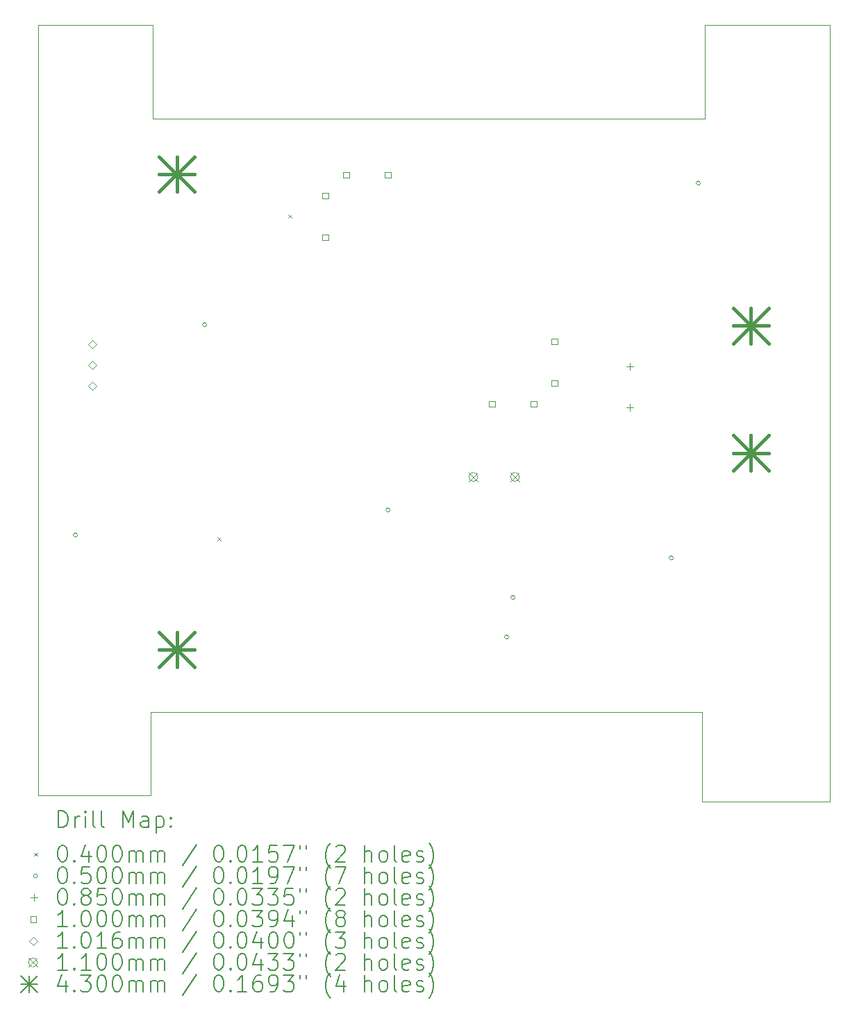
<source format=gbr>
%TF.GenerationSoftware,KiCad,Pcbnew,(6.0.11)*%
%TF.CreationDate,2023-06-15T16:04:24+03:00*%
%TF.ProjectId,flyback_48V_48W,666c7962-6163-46b5-9f34-38565f343857,rev?*%
%TF.SameCoordinates,Original*%
%TF.FileFunction,Drillmap*%
%TF.FilePolarity,Positive*%
%FSLAX45Y45*%
G04 Gerber Fmt 4.5, Leading zero omitted, Abs format (unit mm)*
G04 Created by KiCad (PCBNEW (6.0.11)) date 2023-06-15 16:04:24*
%MOMM*%
%LPD*%
G01*
G04 APERTURE LIST*
%ADD10C,0.100000*%
%ADD11C,0.200000*%
%ADD12C,0.040000*%
%ADD13C,0.050000*%
%ADD14C,0.085000*%
%ADD15C,0.101600*%
%ADD16C,0.110000*%
%ADD17C,0.430000*%
G04 APERTURE END LIST*
D10*
X18000000Y-10160000D02*
X18000000Y-11252200D01*
X11277600Y-10160000D02*
X18000000Y-10160000D01*
X11277600Y-11176000D02*
X11277600Y-10160000D01*
X9906000Y-11176000D02*
X11277600Y-11176000D01*
X19558000Y-11252200D02*
X18000000Y-11252200D01*
X19558000Y-1778000D02*
X19558000Y-11252200D01*
X18034000Y-1778000D02*
X19558000Y-1778000D01*
X18034000Y-2921000D02*
X18034000Y-1778000D01*
X11303000Y-2921000D02*
X18034000Y-2921000D01*
X11303000Y-1778000D02*
X11303000Y-2921000D01*
X9906000Y-1778000D02*
X11303000Y-1778000D01*
X9906000Y-11176000D02*
X9906000Y-1778000D01*
D11*
D12*
X12095800Y-8031800D02*
X12135800Y-8071800D01*
X12135800Y-8031800D02*
X12095800Y-8071800D01*
X12959400Y-4094800D02*
X12999400Y-4134800D01*
X12999400Y-4094800D02*
X12959400Y-4134800D01*
D13*
X10388200Y-8001000D02*
G75*
G03*
X10388200Y-8001000I-25000J0D01*
G01*
X11963000Y-5435600D02*
G75*
G03*
X11963000Y-5435600I-25000J0D01*
G01*
X14198200Y-7696200D02*
G75*
G03*
X14198200Y-7696200I-25000J0D01*
G01*
X15646000Y-9245600D02*
G75*
G03*
X15646000Y-9245600I-25000J0D01*
G01*
X15722200Y-8763000D02*
G75*
G03*
X15722200Y-8763000I-25000J0D01*
G01*
X17652600Y-8280400D02*
G75*
G03*
X17652600Y-8280400I-25000J0D01*
G01*
X17982800Y-3708400D02*
G75*
G03*
X17982800Y-3708400I-25000J0D01*
G01*
D14*
X17119600Y-5905100D02*
X17119600Y-5990100D01*
X17077100Y-5947600D02*
X17162100Y-5947600D01*
X17119600Y-6405100D02*
X17119600Y-6490100D01*
X17077100Y-6447600D02*
X17162100Y-6447600D01*
D10*
X13446556Y-3896156D02*
X13446556Y-3825444D01*
X13375844Y-3825444D01*
X13375844Y-3896156D01*
X13446556Y-3896156D01*
X13446556Y-4404156D02*
X13446556Y-4333444D01*
X13375844Y-4333444D01*
X13375844Y-4404156D01*
X13446556Y-4404156D01*
X13700556Y-3642156D02*
X13700556Y-3571444D01*
X13629844Y-3571444D01*
X13629844Y-3642156D01*
X13700556Y-3642156D01*
X14208556Y-3642156D02*
X14208556Y-3571444D01*
X14137844Y-3571444D01*
X14137844Y-3642156D01*
X14208556Y-3642156D01*
X15478556Y-6436156D02*
X15478556Y-6365444D01*
X15407844Y-6365444D01*
X15407844Y-6436156D01*
X15478556Y-6436156D01*
X15986556Y-6436156D02*
X15986556Y-6365444D01*
X15915844Y-6365444D01*
X15915844Y-6436156D01*
X15986556Y-6436156D01*
X16240556Y-5674156D02*
X16240556Y-5603444D01*
X16169844Y-5603444D01*
X16169844Y-5674156D01*
X16240556Y-5674156D01*
X16240556Y-6182156D02*
X16240556Y-6111444D01*
X16169844Y-6111444D01*
X16169844Y-6182156D01*
X16240556Y-6182156D01*
D15*
X10572500Y-5726800D02*
X10623300Y-5676000D01*
X10572500Y-5625200D01*
X10521700Y-5676000D01*
X10572500Y-5726800D01*
X10572500Y-5980800D02*
X10623300Y-5930000D01*
X10572500Y-5879200D01*
X10521700Y-5930000D01*
X10572500Y-5980800D01*
X10572500Y-6234800D02*
X10623300Y-6184000D01*
X10572500Y-6133200D01*
X10521700Y-6184000D01*
X10572500Y-6234800D01*
D16*
X15159600Y-7238000D02*
X15269600Y-7348000D01*
X15269600Y-7238000D02*
X15159600Y-7348000D01*
X15269600Y-7293000D02*
G75*
G03*
X15269600Y-7293000I-55000J0D01*
G01*
X15667600Y-7238000D02*
X15777600Y-7348000D01*
X15777600Y-7238000D02*
X15667600Y-7348000D01*
X15777600Y-7293000D02*
G75*
G03*
X15777600Y-7293000I-55000J0D01*
G01*
D17*
X11385000Y-3385000D02*
X11815000Y-3815000D01*
X11815000Y-3385000D02*
X11385000Y-3815000D01*
X11600000Y-3385000D02*
X11600000Y-3815000D01*
X11385000Y-3600000D02*
X11815000Y-3600000D01*
X11385000Y-9185000D02*
X11815000Y-9615000D01*
X11815000Y-9185000D02*
X11385000Y-9615000D01*
X11600000Y-9185000D02*
X11600000Y-9615000D01*
X11385000Y-9400000D02*
X11815000Y-9400000D01*
X18385000Y-5235000D02*
X18815000Y-5665000D01*
X18815000Y-5235000D02*
X18385000Y-5665000D01*
X18600000Y-5235000D02*
X18600000Y-5665000D01*
X18385000Y-5450000D02*
X18815000Y-5450000D01*
X18385000Y-6785000D02*
X18815000Y-7215000D01*
X18815000Y-6785000D02*
X18385000Y-7215000D01*
X18600000Y-6785000D02*
X18600000Y-7215000D01*
X18385000Y-7000000D02*
X18815000Y-7000000D01*
D11*
X10158619Y-11567676D02*
X10158619Y-11367676D01*
X10206238Y-11367676D01*
X10234810Y-11377200D01*
X10253857Y-11396248D01*
X10263381Y-11415295D01*
X10272905Y-11453390D01*
X10272905Y-11481962D01*
X10263381Y-11520057D01*
X10253857Y-11539105D01*
X10234810Y-11558152D01*
X10206238Y-11567676D01*
X10158619Y-11567676D01*
X10358619Y-11567676D02*
X10358619Y-11434343D01*
X10358619Y-11472438D02*
X10368143Y-11453390D01*
X10377667Y-11443867D01*
X10396714Y-11434343D01*
X10415762Y-11434343D01*
X10482429Y-11567676D02*
X10482429Y-11434343D01*
X10482429Y-11367676D02*
X10472905Y-11377200D01*
X10482429Y-11386724D01*
X10491952Y-11377200D01*
X10482429Y-11367676D01*
X10482429Y-11386724D01*
X10606238Y-11567676D02*
X10587190Y-11558152D01*
X10577667Y-11539105D01*
X10577667Y-11367676D01*
X10711000Y-11567676D02*
X10691952Y-11558152D01*
X10682429Y-11539105D01*
X10682429Y-11367676D01*
X10939571Y-11567676D02*
X10939571Y-11367676D01*
X11006238Y-11510533D01*
X11072905Y-11367676D01*
X11072905Y-11567676D01*
X11253857Y-11567676D02*
X11253857Y-11462914D01*
X11244333Y-11443867D01*
X11225286Y-11434343D01*
X11187190Y-11434343D01*
X11168143Y-11443867D01*
X11253857Y-11558152D02*
X11234809Y-11567676D01*
X11187190Y-11567676D01*
X11168143Y-11558152D01*
X11158619Y-11539105D01*
X11158619Y-11520057D01*
X11168143Y-11501009D01*
X11187190Y-11491486D01*
X11234809Y-11491486D01*
X11253857Y-11481962D01*
X11349095Y-11434343D02*
X11349095Y-11634343D01*
X11349095Y-11443867D02*
X11368143Y-11434343D01*
X11406238Y-11434343D01*
X11425286Y-11443867D01*
X11434809Y-11453390D01*
X11444333Y-11472438D01*
X11444333Y-11529581D01*
X11434809Y-11548628D01*
X11425286Y-11558152D01*
X11406238Y-11567676D01*
X11368143Y-11567676D01*
X11349095Y-11558152D01*
X11530048Y-11548628D02*
X11539571Y-11558152D01*
X11530048Y-11567676D01*
X11520524Y-11558152D01*
X11530048Y-11548628D01*
X11530048Y-11567676D01*
X11530048Y-11443867D02*
X11539571Y-11453390D01*
X11530048Y-11462914D01*
X11520524Y-11453390D01*
X11530048Y-11443867D01*
X11530048Y-11462914D01*
D12*
X9861000Y-11877200D02*
X9901000Y-11917200D01*
X9901000Y-11877200D02*
X9861000Y-11917200D01*
D11*
X10196714Y-11787676D02*
X10215762Y-11787676D01*
X10234810Y-11797200D01*
X10244333Y-11806724D01*
X10253857Y-11825771D01*
X10263381Y-11863867D01*
X10263381Y-11911486D01*
X10253857Y-11949581D01*
X10244333Y-11968628D01*
X10234810Y-11978152D01*
X10215762Y-11987676D01*
X10196714Y-11987676D01*
X10177667Y-11978152D01*
X10168143Y-11968628D01*
X10158619Y-11949581D01*
X10149095Y-11911486D01*
X10149095Y-11863867D01*
X10158619Y-11825771D01*
X10168143Y-11806724D01*
X10177667Y-11797200D01*
X10196714Y-11787676D01*
X10349095Y-11968628D02*
X10358619Y-11978152D01*
X10349095Y-11987676D01*
X10339571Y-11978152D01*
X10349095Y-11968628D01*
X10349095Y-11987676D01*
X10530048Y-11854343D02*
X10530048Y-11987676D01*
X10482429Y-11778152D02*
X10434810Y-11921009D01*
X10558619Y-11921009D01*
X10672905Y-11787676D02*
X10691952Y-11787676D01*
X10711000Y-11797200D01*
X10720524Y-11806724D01*
X10730048Y-11825771D01*
X10739571Y-11863867D01*
X10739571Y-11911486D01*
X10730048Y-11949581D01*
X10720524Y-11968628D01*
X10711000Y-11978152D01*
X10691952Y-11987676D01*
X10672905Y-11987676D01*
X10653857Y-11978152D01*
X10644333Y-11968628D01*
X10634810Y-11949581D01*
X10625286Y-11911486D01*
X10625286Y-11863867D01*
X10634810Y-11825771D01*
X10644333Y-11806724D01*
X10653857Y-11797200D01*
X10672905Y-11787676D01*
X10863381Y-11787676D02*
X10882429Y-11787676D01*
X10901476Y-11797200D01*
X10911000Y-11806724D01*
X10920524Y-11825771D01*
X10930048Y-11863867D01*
X10930048Y-11911486D01*
X10920524Y-11949581D01*
X10911000Y-11968628D01*
X10901476Y-11978152D01*
X10882429Y-11987676D01*
X10863381Y-11987676D01*
X10844333Y-11978152D01*
X10834810Y-11968628D01*
X10825286Y-11949581D01*
X10815762Y-11911486D01*
X10815762Y-11863867D01*
X10825286Y-11825771D01*
X10834810Y-11806724D01*
X10844333Y-11797200D01*
X10863381Y-11787676D01*
X11015762Y-11987676D02*
X11015762Y-11854343D01*
X11015762Y-11873390D02*
X11025286Y-11863867D01*
X11044333Y-11854343D01*
X11072905Y-11854343D01*
X11091952Y-11863867D01*
X11101476Y-11882914D01*
X11101476Y-11987676D01*
X11101476Y-11882914D02*
X11111000Y-11863867D01*
X11130048Y-11854343D01*
X11158619Y-11854343D01*
X11177667Y-11863867D01*
X11187190Y-11882914D01*
X11187190Y-11987676D01*
X11282428Y-11987676D02*
X11282428Y-11854343D01*
X11282428Y-11873390D02*
X11291952Y-11863867D01*
X11311000Y-11854343D01*
X11339571Y-11854343D01*
X11358619Y-11863867D01*
X11368143Y-11882914D01*
X11368143Y-11987676D01*
X11368143Y-11882914D02*
X11377667Y-11863867D01*
X11396714Y-11854343D01*
X11425286Y-11854343D01*
X11444333Y-11863867D01*
X11453857Y-11882914D01*
X11453857Y-11987676D01*
X11844333Y-11778152D02*
X11672905Y-12035295D01*
X12101476Y-11787676D02*
X12120524Y-11787676D01*
X12139571Y-11797200D01*
X12149095Y-11806724D01*
X12158619Y-11825771D01*
X12168143Y-11863867D01*
X12168143Y-11911486D01*
X12158619Y-11949581D01*
X12149095Y-11968628D01*
X12139571Y-11978152D01*
X12120524Y-11987676D01*
X12101476Y-11987676D01*
X12082428Y-11978152D01*
X12072905Y-11968628D01*
X12063381Y-11949581D01*
X12053857Y-11911486D01*
X12053857Y-11863867D01*
X12063381Y-11825771D01*
X12072905Y-11806724D01*
X12082428Y-11797200D01*
X12101476Y-11787676D01*
X12253857Y-11968628D02*
X12263381Y-11978152D01*
X12253857Y-11987676D01*
X12244333Y-11978152D01*
X12253857Y-11968628D01*
X12253857Y-11987676D01*
X12387190Y-11787676D02*
X12406238Y-11787676D01*
X12425286Y-11797200D01*
X12434809Y-11806724D01*
X12444333Y-11825771D01*
X12453857Y-11863867D01*
X12453857Y-11911486D01*
X12444333Y-11949581D01*
X12434809Y-11968628D01*
X12425286Y-11978152D01*
X12406238Y-11987676D01*
X12387190Y-11987676D01*
X12368143Y-11978152D01*
X12358619Y-11968628D01*
X12349095Y-11949581D01*
X12339571Y-11911486D01*
X12339571Y-11863867D01*
X12349095Y-11825771D01*
X12358619Y-11806724D01*
X12368143Y-11797200D01*
X12387190Y-11787676D01*
X12644333Y-11987676D02*
X12530048Y-11987676D01*
X12587190Y-11987676D02*
X12587190Y-11787676D01*
X12568143Y-11816248D01*
X12549095Y-11835295D01*
X12530048Y-11844819D01*
X12825286Y-11787676D02*
X12730048Y-11787676D01*
X12720524Y-11882914D01*
X12730048Y-11873390D01*
X12749095Y-11863867D01*
X12796714Y-11863867D01*
X12815762Y-11873390D01*
X12825286Y-11882914D01*
X12834809Y-11901962D01*
X12834809Y-11949581D01*
X12825286Y-11968628D01*
X12815762Y-11978152D01*
X12796714Y-11987676D01*
X12749095Y-11987676D01*
X12730048Y-11978152D01*
X12720524Y-11968628D01*
X12901476Y-11787676D02*
X13034809Y-11787676D01*
X12949095Y-11987676D01*
X13101476Y-11787676D02*
X13101476Y-11825771D01*
X13177667Y-11787676D02*
X13177667Y-11825771D01*
X13472905Y-12063867D02*
X13463381Y-12054343D01*
X13444333Y-12025771D01*
X13434809Y-12006724D01*
X13425286Y-11978152D01*
X13415762Y-11930533D01*
X13415762Y-11892438D01*
X13425286Y-11844819D01*
X13434809Y-11816248D01*
X13444333Y-11797200D01*
X13463381Y-11768628D01*
X13472905Y-11759105D01*
X13539571Y-11806724D02*
X13549095Y-11797200D01*
X13568143Y-11787676D01*
X13615762Y-11787676D01*
X13634809Y-11797200D01*
X13644333Y-11806724D01*
X13653857Y-11825771D01*
X13653857Y-11844819D01*
X13644333Y-11873390D01*
X13530048Y-11987676D01*
X13653857Y-11987676D01*
X13891952Y-11987676D02*
X13891952Y-11787676D01*
X13977667Y-11987676D02*
X13977667Y-11882914D01*
X13968143Y-11863867D01*
X13949095Y-11854343D01*
X13920524Y-11854343D01*
X13901476Y-11863867D01*
X13891952Y-11873390D01*
X14101476Y-11987676D02*
X14082428Y-11978152D01*
X14072905Y-11968628D01*
X14063381Y-11949581D01*
X14063381Y-11892438D01*
X14072905Y-11873390D01*
X14082428Y-11863867D01*
X14101476Y-11854343D01*
X14130048Y-11854343D01*
X14149095Y-11863867D01*
X14158619Y-11873390D01*
X14168143Y-11892438D01*
X14168143Y-11949581D01*
X14158619Y-11968628D01*
X14149095Y-11978152D01*
X14130048Y-11987676D01*
X14101476Y-11987676D01*
X14282428Y-11987676D02*
X14263381Y-11978152D01*
X14253857Y-11959105D01*
X14253857Y-11787676D01*
X14434809Y-11978152D02*
X14415762Y-11987676D01*
X14377667Y-11987676D01*
X14358619Y-11978152D01*
X14349095Y-11959105D01*
X14349095Y-11882914D01*
X14358619Y-11863867D01*
X14377667Y-11854343D01*
X14415762Y-11854343D01*
X14434809Y-11863867D01*
X14444333Y-11882914D01*
X14444333Y-11901962D01*
X14349095Y-11921009D01*
X14520524Y-11978152D02*
X14539571Y-11987676D01*
X14577667Y-11987676D01*
X14596714Y-11978152D01*
X14606238Y-11959105D01*
X14606238Y-11949581D01*
X14596714Y-11930533D01*
X14577667Y-11921009D01*
X14549095Y-11921009D01*
X14530048Y-11911486D01*
X14520524Y-11892438D01*
X14520524Y-11882914D01*
X14530048Y-11863867D01*
X14549095Y-11854343D01*
X14577667Y-11854343D01*
X14596714Y-11863867D01*
X14672905Y-12063867D02*
X14682428Y-12054343D01*
X14701476Y-12025771D01*
X14711000Y-12006724D01*
X14720524Y-11978152D01*
X14730048Y-11930533D01*
X14730048Y-11892438D01*
X14720524Y-11844819D01*
X14711000Y-11816248D01*
X14701476Y-11797200D01*
X14682428Y-11768628D01*
X14672905Y-11759105D01*
D13*
X9901000Y-12161200D02*
G75*
G03*
X9901000Y-12161200I-25000J0D01*
G01*
D11*
X10196714Y-12051676D02*
X10215762Y-12051676D01*
X10234810Y-12061200D01*
X10244333Y-12070724D01*
X10253857Y-12089771D01*
X10263381Y-12127867D01*
X10263381Y-12175486D01*
X10253857Y-12213581D01*
X10244333Y-12232628D01*
X10234810Y-12242152D01*
X10215762Y-12251676D01*
X10196714Y-12251676D01*
X10177667Y-12242152D01*
X10168143Y-12232628D01*
X10158619Y-12213581D01*
X10149095Y-12175486D01*
X10149095Y-12127867D01*
X10158619Y-12089771D01*
X10168143Y-12070724D01*
X10177667Y-12061200D01*
X10196714Y-12051676D01*
X10349095Y-12232628D02*
X10358619Y-12242152D01*
X10349095Y-12251676D01*
X10339571Y-12242152D01*
X10349095Y-12232628D01*
X10349095Y-12251676D01*
X10539571Y-12051676D02*
X10444333Y-12051676D01*
X10434810Y-12146914D01*
X10444333Y-12137390D01*
X10463381Y-12127867D01*
X10511000Y-12127867D01*
X10530048Y-12137390D01*
X10539571Y-12146914D01*
X10549095Y-12165962D01*
X10549095Y-12213581D01*
X10539571Y-12232628D01*
X10530048Y-12242152D01*
X10511000Y-12251676D01*
X10463381Y-12251676D01*
X10444333Y-12242152D01*
X10434810Y-12232628D01*
X10672905Y-12051676D02*
X10691952Y-12051676D01*
X10711000Y-12061200D01*
X10720524Y-12070724D01*
X10730048Y-12089771D01*
X10739571Y-12127867D01*
X10739571Y-12175486D01*
X10730048Y-12213581D01*
X10720524Y-12232628D01*
X10711000Y-12242152D01*
X10691952Y-12251676D01*
X10672905Y-12251676D01*
X10653857Y-12242152D01*
X10644333Y-12232628D01*
X10634810Y-12213581D01*
X10625286Y-12175486D01*
X10625286Y-12127867D01*
X10634810Y-12089771D01*
X10644333Y-12070724D01*
X10653857Y-12061200D01*
X10672905Y-12051676D01*
X10863381Y-12051676D02*
X10882429Y-12051676D01*
X10901476Y-12061200D01*
X10911000Y-12070724D01*
X10920524Y-12089771D01*
X10930048Y-12127867D01*
X10930048Y-12175486D01*
X10920524Y-12213581D01*
X10911000Y-12232628D01*
X10901476Y-12242152D01*
X10882429Y-12251676D01*
X10863381Y-12251676D01*
X10844333Y-12242152D01*
X10834810Y-12232628D01*
X10825286Y-12213581D01*
X10815762Y-12175486D01*
X10815762Y-12127867D01*
X10825286Y-12089771D01*
X10834810Y-12070724D01*
X10844333Y-12061200D01*
X10863381Y-12051676D01*
X11015762Y-12251676D02*
X11015762Y-12118343D01*
X11015762Y-12137390D02*
X11025286Y-12127867D01*
X11044333Y-12118343D01*
X11072905Y-12118343D01*
X11091952Y-12127867D01*
X11101476Y-12146914D01*
X11101476Y-12251676D01*
X11101476Y-12146914D02*
X11111000Y-12127867D01*
X11130048Y-12118343D01*
X11158619Y-12118343D01*
X11177667Y-12127867D01*
X11187190Y-12146914D01*
X11187190Y-12251676D01*
X11282428Y-12251676D02*
X11282428Y-12118343D01*
X11282428Y-12137390D02*
X11291952Y-12127867D01*
X11311000Y-12118343D01*
X11339571Y-12118343D01*
X11358619Y-12127867D01*
X11368143Y-12146914D01*
X11368143Y-12251676D01*
X11368143Y-12146914D02*
X11377667Y-12127867D01*
X11396714Y-12118343D01*
X11425286Y-12118343D01*
X11444333Y-12127867D01*
X11453857Y-12146914D01*
X11453857Y-12251676D01*
X11844333Y-12042152D02*
X11672905Y-12299295D01*
X12101476Y-12051676D02*
X12120524Y-12051676D01*
X12139571Y-12061200D01*
X12149095Y-12070724D01*
X12158619Y-12089771D01*
X12168143Y-12127867D01*
X12168143Y-12175486D01*
X12158619Y-12213581D01*
X12149095Y-12232628D01*
X12139571Y-12242152D01*
X12120524Y-12251676D01*
X12101476Y-12251676D01*
X12082428Y-12242152D01*
X12072905Y-12232628D01*
X12063381Y-12213581D01*
X12053857Y-12175486D01*
X12053857Y-12127867D01*
X12063381Y-12089771D01*
X12072905Y-12070724D01*
X12082428Y-12061200D01*
X12101476Y-12051676D01*
X12253857Y-12232628D02*
X12263381Y-12242152D01*
X12253857Y-12251676D01*
X12244333Y-12242152D01*
X12253857Y-12232628D01*
X12253857Y-12251676D01*
X12387190Y-12051676D02*
X12406238Y-12051676D01*
X12425286Y-12061200D01*
X12434809Y-12070724D01*
X12444333Y-12089771D01*
X12453857Y-12127867D01*
X12453857Y-12175486D01*
X12444333Y-12213581D01*
X12434809Y-12232628D01*
X12425286Y-12242152D01*
X12406238Y-12251676D01*
X12387190Y-12251676D01*
X12368143Y-12242152D01*
X12358619Y-12232628D01*
X12349095Y-12213581D01*
X12339571Y-12175486D01*
X12339571Y-12127867D01*
X12349095Y-12089771D01*
X12358619Y-12070724D01*
X12368143Y-12061200D01*
X12387190Y-12051676D01*
X12644333Y-12251676D02*
X12530048Y-12251676D01*
X12587190Y-12251676D02*
X12587190Y-12051676D01*
X12568143Y-12080248D01*
X12549095Y-12099295D01*
X12530048Y-12108819D01*
X12739571Y-12251676D02*
X12777667Y-12251676D01*
X12796714Y-12242152D01*
X12806238Y-12232628D01*
X12825286Y-12204057D01*
X12834809Y-12165962D01*
X12834809Y-12089771D01*
X12825286Y-12070724D01*
X12815762Y-12061200D01*
X12796714Y-12051676D01*
X12758619Y-12051676D01*
X12739571Y-12061200D01*
X12730048Y-12070724D01*
X12720524Y-12089771D01*
X12720524Y-12137390D01*
X12730048Y-12156438D01*
X12739571Y-12165962D01*
X12758619Y-12175486D01*
X12796714Y-12175486D01*
X12815762Y-12165962D01*
X12825286Y-12156438D01*
X12834809Y-12137390D01*
X12901476Y-12051676D02*
X13034809Y-12051676D01*
X12949095Y-12251676D01*
X13101476Y-12051676D02*
X13101476Y-12089771D01*
X13177667Y-12051676D02*
X13177667Y-12089771D01*
X13472905Y-12327867D02*
X13463381Y-12318343D01*
X13444333Y-12289771D01*
X13434809Y-12270724D01*
X13425286Y-12242152D01*
X13415762Y-12194533D01*
X13415762Y-12156438D01*
X13425286Y-12108819D01*
X13434809Y-12080248D01*
X13444333Y-12061200D01*
X13463381Y-12032628D01*
X13472905Y-12023105D01*
X13530048Y-12051676D02*
X13663381Y-12051676D01*
X13577667Y-12251676D01*
X13891952Y-12251676D02*
X13891952Y-12051676D01*
X13977667Y-12251676D02*
X13977667Y-12146914D01*
X13968143Y-12127867D01*
X13949095Y-12118343D01*
X13920524Y-12118343D01*
X13901476Y-12127867D01*
X13891952Y-12137390D01*
X14101476Y-12251676D02*
X14082428Y-12242152D01*
X14072905Y-12232628D01*
X14063381Y-12213581D01*
X14063381Y-12156438D01*
X14072905Y-12137390D01*
X14082428Y-12127867D01*
X14101476Y-12118343D01*
X14130048Y-12118343D01*
X14149095Y-12127867D01*
X14158619Y-12137390D01*
X14168143Y-12156438D01*
X14168143Y-12213581D01*
X14158619Y-12232628D01*
X14149095Y-12242152D01*
X14130048Y-12251676D01*
X14101476Y-12251676D01*
X14282428Y-12251676D02*
X14263381Y-12242152D01*
X14253857Y-12223105D01*
X14253857Y-12051676D01*
X14434809Y-12242152D02*
X14415762Y-12251676D01*
X14377667Y-12251676D01*
X14358619Y-12242152D01*
X14349095Y-12223105D01*
X14349095Y-12146914D01*
X14358619Y-12127867D01*
X14377667Y-12118343D01*
X14415762Y-12118343D01*
X14434809Y-12127867D01*
X14444333Y-12146914D01*
X14444333Y-12165962D01*
X14349095Y-12185009D01*
X14520524Y-12242152D02*
X14539571Y-12251676D01*
X14577667Y-12251676D01*
X14596714Y-12242152D01*
X14606238Y-12223105D01*
X14606238Y-12213581D01*
X14596714Y-12194533D01*
X14577667Y-12185009D01*
X14549095Y-12185009D01*
X14530048Y-12175486D01*
X14520524Y-12156438D01*
X14520524Y-12146914D01*
X14530048Y-12127867D01*
X14549095Y-12118343D01*
X14577667Y-12118343D01*
X14596714Y-12127867D01*
X14672905Y-12327867D02*
X14682428Y-12318343D01*
X14701476Y-12289771D01*
X14711000Y-12270724D01*
X14720524Y-12242152D01*
X14730048Y-12194533D01*
X14730048Y-12156438D01*
X14720524Y-12108819D01*
X14711000Y-12080248D01*
X14701476Y-12061200D01*
X14682428Y-12032628D01*
X14672905Y-12023105D01*
D14*
X9858500Y-12382700D02*
X9858500Y-12467700D01*
X9816000Y-12425200D02*
X9901000Y-12425200D01*
D11*
X10196714Y-12315676D02*
X10215762Y-12315676D01*
X10234810Y-12325200D01*
X10244333Y-12334724D01*
X10253857Y-12353771D01*
X10263381Y-12391867D01*
X10263381Y-12439486D01*
X10253857Y-12477581D01*
X10244333Y-12496628D01*
X10234810Y-12506152D01*
X10215762Y-12515676D01*
X10196714Y-12515676D01*
X10177667Y-12506152D01*
X10168143Y-12496628D01*
X10158619Y-12477581D01*
X10149095Y-12439486D01*
X10149095Y-12391867D01*
X10158619Y-12353771D01*
X10168143Y-12334724D01*
X10177667Y-12325200D01*
X10196714Y-12315676D01*
X10349095Y-12496628D02*
X10358619Y-12506152D01*
X10349095Y-12515676D01*
X10339571Y-12506152D01*
X10349095Y-12496628D01*
X10349095Y-12515676D01*
X10472905Y-12401390D02*
X10453857Y-12391867D01*
X10444333Y-12382343D01*
X10434810Y-12363295D01*
X10434810Y-12353771D01*
X10444333Y-12334724D01*
X10453857Y-12325200D01*
X10472905Y-12315676D01*
X10511000Y-12315676D01*
X10530048Y-12325200D01*
X10539571Y-12334724D01*
X10549095Y-12353771D01*
X10549095Y-12363295D01*
X10539571Y-12382343D01*
X10530048Y-12391867D01*
X10511000Y-12401390D01*
X10472905Y-12401390D01*
X10453857Y-12410914D01*
X10444333Y-12420438D01*
X10434810Y-12439486D01*
X10434810Y-12477581D01*
X10444333Y-12496628D01*
X10453857Y-12506152D01*
X10472905Y-12515676D01*
X10511000Y-12515676D01*
X10530048Y-12506152D01*
X10539571Y-12496628D01*
X10549095Y-12477581D01*
X10549095Y-12439486D01*
X10539571Y-12420438D01*
X10530048Y-12410914D01*
X10511000Y-12401390D01*
X10730048Y-12315676D02*
X10634810Y-12315676D01*
X10625286Y-12410914D01*
X10634810Y-12401390D01*
X10653857Y-12391867D01*
X10701476Y-12391867D01*
X10720524Y-12401390D01*
X10730048Y-12410914D01*
X10739571Y-12429962D01*
X10739571Y-12477581D01*
X10730048Y-12496628D01*
X10720524Y-12506152D01*
X10701476Y-12515676D01*
X10653857Y-12515676D01*
X10634810Y-12506152D01*
X10625286Y-12496628D01*
X10863381Y-12315676D02*
X10882429Y-12315676D01*
X10901476Y-12325200D01*
X10911000Y-12334724D01*
X10920524Y-12353771D01*
X10930048Y-12391867D01*
X10930048Y-12439486D01*
X10920524Y-12477581D01*
X10911000Y-12496628D01*
X10901476Y-12506152D01*
X10882429Y-12515676D01*
X10863381Y-12515676D01*
X10844333Y-12506152D01*
X10834810Y-12496628D01*
X10825286Y-12477581D01*
X10815762Y-12439486D01*
X10815762Y-12391867D01*
X10825286Y-12353771D01*
X10834810Y-12334724D01*
X10844333Y-12325200D01*
X10863381Y-12315676D01*
X11015762Y-12515676D02*
X11015762Y-12382343D01*
X11015762Y-12401390D02*
X11025286Y-12391867D01*
X11044333Y-12382343D01*
X11072905Y-12382343D01*
X11091952Y-12391867D01*
X11101476Y-12410914D01*
X11101476Y-12515676D01*
X11101476Y-12410914D02*
X11111000Y-12391867D01*
X11130048Y-12382343D01*
X11158619Y-12382343D01*
X11177667Y-12391867D01*
X11187190Y-12410914D01*
X11187190Y-12515676D01*
X11282428Y-12515676D02*
X11282428Y-12382343D01*
X11282428Y-12401390D02*
X11291952Y-12391867D01*
X11311000Y-12382343D01*
X11339571Y-12382343D01*
X11358619Y-12391867D01*
X11368143Y-12410914D01*
X11368143Y-12515676D01*
X11368143Y-12410914D02*
X11377667Y-12391867D01*
X11396714Y-12382343D01*
X11425286Y-12382343D01*
X11444333Y-12391867D01*
X11453857Y-12410914D01*
X11453857Y-12515676D01*
X11844333Y-12306152D02*
X11672905Y-12563295D01*
X12101476Y-12315676D02*
X12120524Y-12315676D01*
X12139571Y-12325200D01*
X12149095Y-12334724D01*
X12158619Y-12353771D01*
X12168143Y-12391867D01*
X12168143Y-12439486D01*
X12158619Y-12477581D01*
X12149095Y-12496628D01*
X12139571Y-12506152D01*
X12120524Y-12515676D01*
X12101476Y-12515676D01*
X12082428Y-12506152D01*
X12072905Y-12496628D01*
X12063381Y-12477581D01*
X12053857Y-12439486D01*
X12053857Y-12391867D01*
X12063381Y-12353771D01*
X12072905Y-12334724D01*
X12082428Y-12325200D01*
X12101476Y-12315676D01*
X12253857Y-12496628D02*
X12263381Y-12506152D01*
X12253857Y-12515676D01*
X12244333Y-12506152D01*
X12253857Y-12496628D01*
X12253857Y-12515676D01*
X12387190Y-12315676D02*
X12406238Y-12315676D01*
X12425286Y-12325200D01*
X12434809Y-12334724D01*
X12444333Y-12353771D01*
X12453857Y-12391867D01*
X12453857Y-12439486D01*
X12444333Y-12477581D01*
X12434809Y-12496628D01*
X12425286Y-12506152D01*
X12406238Y-12515676D01*
X12387190Y-12515676D01*
X12368143Y-12506152D01*
X12358619Y-12496628D01*
X12349095Y-12477581D01*
X12339571Y-12439486D01*
X12339571Y-12391867D01*
X12349095Y-12353771D01*
X12358619Y-12334724D01*
X12368143Y-12325200D01*
X12387190Y-12315676D01*
X12520524Y-12315676D02*
X12644333Y-12315676D01*
X12577667Y-12391867D01*
X12606238Y-12391867D01*
X12625286Y-12401390D01*
X12634809Y-12410914D01*
X12644333Y-12429962D01*
X12644333Y-12477581D01*
X12634809Y-12496628D01*
X12625286Y-12506152D01*
X12606238Y-12515676D01*
X12549095Y-12515676D01*
X12530048Y-12506152D01*
X12520524Y-12496628D01*
X12711000Y-12315676D02*
X12834809Y-12315676D01*
X12768143Y-12391867D01*
X12796714Y-12391867D01*
X12815762Y-12401390D01*
X12825286Y-12410914D01*
X12834809Y-12429962D01*
X12834809Y-12477581D01*
X12825286Y-12496628D01*
X12815762Y-12506152D01*
X12796714Y-12515676D01*
X12739571Y-12515676D01*
X12720524Y-12506152D01*
X12711000Y-12496628D01*
X13015762Y-12315676D02*
X12920524Y-12315676D01*
X12911000Y-12410914D01*
X12920524Y-12401390D01*
X12939571Y-12391867D01*
X12987190Y-12391867D01*
X13006238Y-12401390D01*
X13015762Y-12410914D01*
X13025286Y-12429962D01*
X13025286Y-12477581D01*
X13015762Y-12496628D01*
X13006238Y-12506152D01*
X12987190Y-12515676D01*
X12939571Y-12515676D01*
X12920524Y-12506152D01*
X12911000Y-12496628D01*
X13101476Y-12315676D02*
X13101476Y-12353771D01*
X13177667Y-12315676D02*
X13177667Y-12353771D01*
X13472905Y-12591867D02*
X13463381Y-12582343D01*
X13444333Y-12553771D01*
X13434809Y-12534724D01*
X13425286Y-12506152D01*
X13415762Y-12458533D01*
X13415762Y-12420438D01*
X13425286Y-12372819D01*
X13434809Y-12344248D01*
X13444333Y-12325200D01*
X13463381Y-12296628D01*
X13472905Y-12287105D01*
X13539571Y-12334724D02*
X13549095Y-12325200D01*
X13568143Y-12315676D01*
X13615762Y-12315676D01*
X13634809Y-12325200D01*
X13644333Y-12334724D01*
X13653857Y-12353771D01*
X13653857Y-12372819D01*
X13644333Y-12401390D01*
X13530048Y-12515676D01*
X13653857Y-12515676D01*
X13891952Y-12515676D02*
X13891952Y-12315676D01*
X13977667Y-12515676D02*
X13977667Y-12410914D01*
X13968143Y-12391867D01*
X13949095Y-12382343D01*
X13920524Y-12382343D01*
X13901476Y-12391867D01*
X13891952Y-12401390D01*
X14101476Y-12515676D02*
X14082428Y-12506152D01*
X14072905Y-12496628D01*
X14063381Y-12477581D01*
X14063381Y-12420438D01*
X14072905Y-12401390D01*
X14082428Y-12391867D01*
X14101476Y-12382343D01*
X14130048Y-12382343D01*
X14149095Y-12391867D01*
X14158619Y-12401390D01*
X14168143Y-12420438D01*
X14168143Y-12477581D01*
X14158619Y-12496628D01*
X14149095Y-12506152D01*
X14130048Y-12515676D01*
X14101476Y-12515676D01*
X14282428Y-12515676D02*
X14263381Y-12506152D01*
X14253857Y-12487105D01*
X14253857Y-12315676D01*
X14434809Y-12506152D02*
X14415762Y-12515676D01*
X14377667Y-12515676D01*
X14358619Y-12506152D01*
X14349095Y-12487105D01*
X14349095Y-12410914D01*
X14358619Y-12391867D01*
X14377667Y-12382343D01*
X14415762Y-12382343D01*
X14434809Y-12391867D01*
X14444333Y-12410914D01*
X14444333Y-12429962D01*
X14349095Y-12449009D01*
X14520524Y-12506152D02*
X14539571Y-12515676D01*
X14577667Y-12515676D01*
X14596714Y-12506152D01*
X14606238Y-12487105D01*
X14606238Y-12477581D01*
X14596714Y-12458533D01*
X14577667Y-12449009D01*
X14549095Y-12449009D01*
X14530048Y-12439486D01*
X14520524Y-12420438D01*
X14520524Y-12410914D01*
X14530048Y-12391867D01*
X14549095Y-12382343D01*
X14577667Y-12382343D01*
X14596714Y-12391867D01*
X14672905Y-12591867D02*
X14682428Y-12582343D01*
X14701476Y-12553771D01*
X14711000Y-12534724D01*
X14720524Y-12506152D01*
X14730048Y-12458533D01*
X14730048Y-12420438D01*
X14720524Y-12372819D01*
X14711000Y-12344248D01*
X14701476Y-12325200D01*
X14682428Y-12296628D01*
X14672905Y-12287105D01*
D10*
X9886356Y-12724556D02*
X9886356Y-12653844D01*
X9815644Y-12653844D01*
X9815644Y-12724556D01*
X9886356Y-12724556D01*
D11*
X10263381Y-12779676D02*
X10149095Y-12779676D01*
X10206238Y-12779676D02*
X10206238Y-12579676D01*
X10187190Y-12608248D01*
X10168143Y-12627295D01*
X10149095Y-12636819D01*
X10349095Y-12760628D02*
X10358619Y-12770152D01*
X10349095Y-12779676D01*
X10339571Y-12770152D01*
X10349095Y-12760628D01*
X10349095Y-12779676D01*
X10482429Y-12579676D02*
X10501476Y-12579676D01*
X10520524Y-12589200D01*
X10530048Y-12598724D01*
X10539571Y-12617771D01*
X10549095Y-12655867D01*
X10549095Y-12703486D01*
X10539571Y-12741581D01*
X10530048Y-12760628D01*
X10520524Y-12770152D01*
X10501476Y-12779676D01*
X10482429Y-12779676D01*
X10463381Y-12770152D01*
X10453857Y-12760628D01*
X10444333Y-12741581D01*
X10434810Y-12703486D01*
X10434810Y-12655867D01*
X10444333Y-12617771D01*
X10453857Y-12598724D01*
X10463381Y-12589200D01*
X10482429Y-12579676D01*
X10672905Y-12579676D02*
X10691952Y-12579676D01*
X10711000Y-12589200D01*
X10720524Y-12598724D01*
X10730048Y-12617771D01*
X10739571Y-12655867D01*
X10739571Y-12703486D01*
X10730048Y-12741581D01*
X10720524Y-12760628D01*
X10711000Y-12770152D01*
X10691952Y-12779676D01*
X10672905Y-12779676D01*
X10653857Y-12770152D01*
X10644333Y-12760628D01*
X10634810Y-12741581D01*
X10625286Y-12703486D01*
X10625286Y-12655867D01*
X10634810Y-12617771D01*
X10644333Y-12598724D01*
X10653857Y-12589200D01*
X10672905Y-12579676D01*
X10863381Y-12579676D02*
X10882429Y-12579676D01*
X10901476Y-12589200D01*
X10911000Y-12598724D01*
X10920524Y-12617771D01*
X10930048Y-12655867D01*
X10930048Y-12703486D01*
X10920524Y-12741581D01*
X10911000Y-12760628D01*
X10901476Y-12770152D01*
X10882429Y-12779676D01*
X10863381Y-12779676D01*
X10844333Y-12770152D01*
X10834810Y-12760628D01*
X10825286Y-12741581D01*
X10815762Y-12703486D01*
X10815762Y-12655867D01*
X10825286Y-12617771D01*
X10834810Y-12598724D01*
X10844333Y-12589200D01*
X10863381Y-12579676D01*
X11015762Y-12779676D02*
X11015762Y-12646343D01*
X11015762Y-12665390D02*
X11025286Y-12655867D01*
X11044333Y-12646343D01*
X11072905Y-12646343D01*
X11091952Y-12655867D01*
X11101476Y-12674914D01*
X11101476Y-12779676D01*
X11101476Y-12674914D02*
X11111000Y-12655867D01*
X11130048Y-12646343D01*
X11158619Y-12646343D01*
X11177667Y-12655867D01*
X11187190Y-12674914D01*
X11187190Y-12779676D01*
X11282428Y-12779676D02*
X11282428Y-12646343D01*
X11282428Y-12665390D02*
X11291952Y-12655867D01*
X11311000Y-12646343D01*
X11339571Y-12646343D01*
X11358619Y-12655867D01*
X11368143Y-12674914D01*
X11368143Y-12779676D01*
X11368143Y-12674914D02*
X11377667Y-12655867D01*
X11396714Y-12646343D01*
X11425286Y-12646343D01*
X11444333Y-12655867D01*
X11453857Y-12674914D01*
X11453857Y-12779676D01*
X11844333Y-12570152D02*
X11672905Y-12827295D01*
X12101476Y-12579676D02*
X12120524Y-12579676D01*
X12139571Y-12589200D01*
X12149095Y-12598724D01*
X12158619Y-12617771D01*
X12168143Y-12655867D01*
X12168143Y-12703486D01*
X12158619Y-12741581D01*
X12149095Y-12760628D01*
X12139571Y-12770152D01*
X12120524Y-12779676D01*
X12101476Y-12779676D01*
X12082428Y-12770152D01*
X12072905Y-12760628D01*
X12063381Y-12741581D01*
X12053857Y-12703486D01*
X12053857Y-12655867D01*
X12063381Y-12617771D01*
X12072905Y-12598724D01*
X12082428Y-12589200D01*
X12101476Y-12579676D01*
X12253857Y-12760628D02*
X12263381Y-12770152D01*
X12253857Y-12779676D01*
X12244333Y-12770152D01*
X12253857Y-12760628D01*
X12253857Y-12779676D01*
X12387190Y-12579676D02*
X12406238Y-12579676D01*
X12425286Y-12589200D01*
X12434809Y-12598724D01*
X12444333Y-12617771D01*
X12453857Y-12655867D01*
X12453857Y-12703486D01*
X12444333Y-12741581D01*
X12434809Y-12760628D01*
X12425286Y-12770152D01*
X12406238Y-12779676D01*
X12387190Y-12779676D01*
X12368143Y-12770152D01*
X12358619Y-12760628D01*
X12349095Y-12741581D01*
X12339571Y-12703486D01*
X12339571Y-12655867D01*
X12349095Y-12617771D01*
X12358619Y-12598724D01*
X12368143Y-12589200D01*
X12387190Y-12579676D01*
X12520524Y-12579676D02*
X12644333Y-12579676D01*
X12577667Y-12655867D01*
X12606238Y-12655867D01*
X12625286Y-12665390D01*
X12634809Y-12674914D01*
X12644333Y-12693962D01*
X12644333Y-12741581D01*
X12634809Y-12760628D01*
X12625286Y-12770152D01*
X12606238Y-12779676D01*
X12549095Y-12779676D01*
X12530048Y-12770152D01*
X12520524Y-12760628D01*
X12739571Y-12779676D02*
X12777667Y-12779676D01*
X12796714Y-12770152D01*
X12806238Y-12760628D01*
X12825286Y-12732057D01*
X12834809Y-12693962D01*
X12834809Y-12617771D01*
X12825286Y-12598724D01*
X12815762Y-12589200D01*
X12796714Y-12579676D01*
X12758619Y-12579676D01*
X12739571Y-12589200D01*
X12730048Y-12598724D01*
X12720524Y-12617771D01*
X12720524Y-12665390D01*
X12730048Y-12684438D01*
X12739571Y-12693962D01*
X12758619Y-12703486D01*
X12796714Y-12703486D01*
X12815762Y-12693962D01*
X12825286Y-12684438D01*
X12834809Y-12665390D01*
X13006238Y-12646343D02*
X13006238Y-12779676D01*
X12958619Y-12570152D02*
X12911000Y-12713009D01*
X13034809Y-12713009D01*
X13101476Y-12579676D02*
X13101476Y-12617771D01*
X13177667Y-12579676D02*
X13177667Y-12617771D01*
X13472905Y-12855867D02*
X13463381Y-12846343D01*
X13444333Y-12817771D01*
X13434809Y-12798724D01*
X13425286Y-12770152D01*
X13415762Y-12722533D01*
X13415762Y-12684438D01*
X13425286Y-12636819D01*
X13434809Y-12608248D01*
X13444333Y-12589200D01*
X13463381Y-12560628D01*
X13472905Y-12551105D01*
X13577667Y-12665390D02*
X13558619Y-12655867D01*
X13549095Y-12646343D01*
X13539571Y-12627295D01*
X13539571Y-12617771D01*
X13549095Y-12598724D01*
X13558619Y-12589200D01*
X13577667Y-12579676D01*
X13615762Y-12579676D01*
X13634809Y-12589200D01*
X13644333Y-12598724D01*
X13653857Y-12617771D01*
X13653857Y-12627295D01*
X13644333Y-12646343D01*
X13634809Y-12655867D01*
X13615762Y-12665390D01*
X13577667Y-12665390D01*
X13558619Y-12674914D01*
X13549095Y-12684438D01*
X13539571Y-12703486D01*
X13539571Y-12741581D01*
X13549095Y-12760628D01*
X13558619Y-12770152D01*
X13577667Y-12779676D01*
X13615762Y-12779676D01*
X13634809Y-12770152D01*
X13644333Y-12760628D01*
X13653857Y-12741581D01*
X13653857Y-12703486D01*
X13644333Y-12684438D01*
X13634809Y-12674914D01*
X13615762Y-12665390D01*
X13891952Y-12779676D02*
X13891952Y-12579676D01*
X13977667Y-12779676D02*
X13977667Y-12674914D01*
X13968143Y-12655867D01*
X13949095Y-12646343D01*
X13920524Y-12646343D01*
X13901476Y-12655867D01*
X13891952Y-12665390D01*
X14101476Y-12779676D02*
X14082428Y-12770152D01*
X14072905Y-12760628D01*
X14063381Y-12741581D01*
X14063381Y-12684438D01*
X14072905Y-12665390D01*
X14082428Y-12655867D01*
X14101476Y-12646343D01*
X14130048Y-12646343D01*
X14149095Y-12655867D01*
X14158619Y-12665390D01*
X14168143Y-12684438D01*
X14168143Y-12741581D01*
X14158619Y-12760628D01*
X14149095Y-12770152D01*
X14130048Y-12779676D01*
X14101476Y-12779676D01*
X14282428Y-12779676D02*
X14263381Y-12770152D01*
X14253857Y-12751105D01*
X14253857Y-12579676D01*
X14434809Y-12770152D02*
X14415762Y-12779676D01*
X14377667Y-12779676D01*
X14358619Y-12770152D01*
X14349095Y-12751105D01*
X14349095Y-12674914D01*
X14358619Y-12655867D01*
X14377667Y-12646343D01*
X14415762Y-12646343D01*
X14434809Y-12655867D01*
X14444333Y-12674914D01*
X14444333Y-12693962D01*
X14349095Y-12713009D01*
X14520524Y-12770152D02*
X14539571Y-12779676D01*
X14577667Y-12779676D01*
X14596714Y-12770152D01*
X14606238Y-12751105D01*
X14606238Y-12741581D01*
X14596714Y-12722533D01*
X14577667Y-12713009D01*
X14549095Y-12713009D01*
X14530048Y-12703486D01*
X14520524Y-12684438D01*
X14520524Y-12674914D01*
X14530048Y-12655867D01*
X14549095Y-12646343D01*
X14577667Y-12646343D01*
X14596714Y-12655867D01*
X14672905Y-12855867D02*
X14682428Y-12846343D01*
X14701476Y-12817771D01*
X14711000Y-12798724D01*
X14720524Y-12770152D01*
X14730048Y-12722533D01*
X14730048Y-12684438D01*
X14720524Y-12636819D01*
X14711000Y-12608248D01*
X14701476Y-12589200D01*
X14682428Y-12560628D01*
X14672905Y-12551105D01*
D15*
X9850200Y-13004000D02*
X9901000Y-12953200D01*
X9850200Y-12902400D01*
X9799400Y-12953200D01*
X9850200Y-13004000D01*
D11*
X10263381Y-13043676D02*
X10149095Y-13043676D01*
X10206238Y-13043676D02*
X10206238Y-12843676D01*
X10187190Y-12872248D01*
X10168143Y-12891295D01*
X10149095Y-12900819D01*
X10349095Y-13024628D02*
X10358619Y-13034152D01*
X10349095Y-13043676D01*
X10339571Y-13034152D01*
X10349095Y-13024628D01*
X10349095Y-13043676D01*
X10482429Y-12843676D02*
X10501476Y-12843676D01*
X10520524Y-12853200D01*
X10530048Y-12862724D01*
X10539571Y-12881771D01*
X10549095Y-12919867D01*
X10549095Y-12967486D01*
X10539571Y-13005581D01*
X10530048Y-13024628D01*
X10520524Y-13034152D01*
X10501476Y-13043676D01*
X10482429Y-13043676D01*
X10463381Y-13034152D01*
X10453857Y-13024628D01*
X10444333Y-13005581D01*
X10434810Y-12967486D01*
X10434810Y-12919867D01*
X10444333Y-12881771D01*
X10453857Y-12862724D01*
X10463381Y-12853200D01*
X10482429Y-12843676D01*
X10739571Y-13043676D02*
X10625286Y-13043676D01*
X10682429Y-13043676D02*
X10682429Y-12843676D01*
X10663381Y-12872248D01*
X10644333Y-12891295D01*
X10625286Y-12900819D01*
X10911000Y-12843676D02*
X10872905Y-12843676D01*
X10853857Y-12853200D01*
X10844333Y-12862724D01*
X10825286Y-12891295D01*
X10815762Y-12929390D01*
X10815762Y-13005581D01*
X10825286Y-13024628D01*
X10834810Y-13034152D01*
X10853857Y-13043676D01*
X10891952Y-13043676D01*
X10911000Y-13034152D01*
X10920524Y-13024628D01*
X10930048Y-13005581D01*
X10930048Y-12957962D01*
X10920524Y-12938914D01*
X10911000Y-12929390D01*
X10891952Y-12919867D01*
X10853857Y-12919867D01*
X10834810Y-12929390D01*
X10825286Y-12938914D01*
X10815762Y-12957962D01*
X11015762Y-13043676D02*
X11015762Y-12910343D01*
X11015762Y-12929390D02*
X11025286Y-12919867D01*
X11044333Y-12910343D01*
X11072905Y-12910343D01*
X11091952Y-12919867D01*
X11101476Y-12938914D01*
X11101476Y-13043676D01*
X11101476Y-12938914D02*
X11111000Y-12919867D01*
X11130048Y-12910343D01*
X11158619Y-12910343D01*
X11177667Y-12919867D01*
X11187190Y-12938914D01*
X11187190Y-13043676D01*
X11282428Y-13043676D02*
X11282428Y-12910343D01*
X11282428Y-12929390D02*
X11291952Y-12919867D01*
X11311000Y-12910343D01*
X11339571Y-12910343D01*
X11358619Y-12919867D01*
X11368143Y-12938914D01*
X11368143Y-13043676D01*
X11368143Y-12938914D02*
X11377667Y-12919867D01*
X11396714Y-12910343D01*
X11425286Y-12910343D01*
X11444333Y-12919867D01*
X11453857Y-12938914D01*
X11453857Y-13043676D01*
X11844333Y-12834152D02*
X11672905Y-13091295D01*
X12101476Y-12843676D02*
X12120524Y-12843676D01*
X12139571Y-12853200D01*
X12149095Y-12862724D01*
X12158619Y-12881771D01*
X12168143Y-12919867D01*
X12168143Y-12967486D01*
X12158619Y-13005581D01*
X12149095Y-13024628D01*
X12139571Y-13034152D01*
X12120524Y-13043676D01*
X12101476Y-13043676D01*
X12082428Y-13034152D01*
X12072905Y-13024628D01*
X12063381Y-13005581D01*
X12053857Y-12967486D01*
X12053857Y-12919867D01*
X12063381Y-12881771D01*
X12072905Y-12862724D01*
X12082428Y-12853200D01*
X12101476Y-12843676D01*
X12253857Y-13024628D02*
X12263381Y-13034152D01*
X12253857Y-13043676D01*
X12244333Y-13034152D01*
X12253857Y-13024628D01*
X12253857Y-13043676D01*
X12387190Y-12843676D02*
X12406238Y-12843676D01*
X12425286Y-12853200D01*
X12434809Y-12862724D01*
X12444333Y-12881771D01*
X12453857Y-12919867D01*
X12453857Y-12967486D01*
X12444333Y-13005581D01*
X12434809Y-13024628D01*
X12425286Y-13034152D01*
X12406238Y-13043676D01*
X12387190Y-13043676D01*
X12368143Y-13034152D01*
X12358619Y-13024628D01*
X12349095Y-13005581D01*
X12339571Y-12967486D01*
X12339571Y-12919867D01*
X12349095Y-12881771D01*
X12358619Y-12862724D01*
X12368143Y-12853200D01*
X12387190Y-12843676D01*
X12625286Y-12910343D02*
X12625286Y-13043676D01*
X12577667Y-12834152D02*
X12530048Y-12977009D01*
X12653857Y-12977009D01*
X12768143Y-12843676D02*
X12787190Y-12843676D01*
X12806238Y-12853200D01*
X12815762Y-12862724D01*
X12825286Y-12881771D01*
X12834809Y-12919867D01*
X12834809Y-12967486D01*
X12825286Y-13005581D01*
X12815762Y-13024628D01*
X12806238Y-13034152D01*
X12787190Y-13043676D01*
X12768143Y-13043676D01*
X12749095Y-13034152D01*
X12739571Y-13024628D01*
X12730048Y-13005581D01*
X12720524Y-12967486D01*
X12720524Y-12919867D01*
X12730048Y-12881771D01*
X12739571Y-12862724D01*
X12749095Y-12853200D01*
X12768143Y-12843676D01*
X12958619Y-12843676D02*
X12977667Y-12843676D01*
X12996714Y-12853200D01*
X13006238Y-12862724D01*
X13015762Y-12881771D01*
X13025286Y-12919867D01*
X13025286Y-12967486D01*
X13015762Y-13005581D01*
X13006238Y-13024628D01*
X12996714Y-13034152D01*
X12977667Y-13043676D01*
X12958619Y-13043676D01*
X12939571Y-13034152D01*
X12930048Y-13024628D01*
X12920524Y-13005581D01*
X12911000Y-12967486D01*
X12911000Y-12919867D01*
X12920524Y-12881771D01*
X12930048Y-12862724D01*
X12939571Y-12853200D01*
X12958619Y-12843676D01*
X13101476Y-12843676D02*
X13101476Y-12881771D01*
X13177667Y-12843676D02*
X13177667Y-12881771D01*
X13472905Y-13119867D02*
X13463381Y-13110343D01*
X13444333Y-13081771D01*
X13434809Y-13062724D01*
X13425286Y-13034152D01*
X13415762Y-12986533D01*
X13415762Y-12948438D01*
X13425286Y-12900819D01*
X13434809Y-12872248D01*
X13444333Y-12853200D01*
X13463381Y-12824628D01*
X13472905Y-12815105D01*
X13530048Y-12843676D02*
X13653857Y-12843676D01*
X13587190Y-12919867D01*
X13615762Y-12919867D01*
X13634809Y-12929390D01*
X13644333Y-12938914D01*
X13653857Y-12957962D01*
X13653857Y-13005581D01*
X13644333Y-13024628D01*
X13634809Y-13034152D01*
X13615762Y-13043676D01*
X13558619Y-13043676D01*
X13539571Y-13034152D01*
X13530048Y-13024628D01*
X13891952Y-13043676D02*
X13891952Y-12843676D01*
X13977667Y-13043676D02*
X13977667Y-12938914D01*
X13968143Y-12919867D01*
X13949095Y-12910343D01*
X13920524Y-12910343D01*
X13901476Y-12919867D01*
X13891952Y-12929390D01*
X14101476Y-13043676D02*
X14082428Y-13034152D01*
X14072905Y-13024628D01*
X14063381Y-13005581D01*
X14063381Y-12948438D01*
X14072905Y-12929390D01*
X14082428Y-12919867D01*
X14101476Y-12910343D01*
X14130048Y-12910343D01*
X14149095Y-12919867D01*
X14158619Y-12929390D01*
X14168143Y-12948438D01*
X14168143Y-13005581D01*
X14158619Y-13024628D01*
X14149095Y-13034152D01*
X14130048Y-13043676D01*
X14101476Y-13043676D01*
X14282428Y-13043676D02*
X14263381Y-13034152D01*
X14253857Y-13015105D01*
X14253857Y-12843676D01*
X14434809Y-13034152D02*
X14415762Y-13043676D01*
X14377667Y-13043676D01*
X14358619Y-13034152D01*
X14349095Y-13015105D01*
X14349095Y-12938914D01*
X14358619Y-12919867D01*
X14377667Y-12910343D01*
X14415762Y-12910343D01*
X14434809Y-12919867D01*
X14444333Y-12938914D01*
X14444333Y-12957962D01*
X14349095Y-12977009D01*
X14520524Y-13034152D02*
X14539571Y-13043676D01*
X14577667Y-13043676D01*
X14596714Y-13034152D01*
X14606238Y-13015105D01*
X14606238Y-13005581D01*
X14596714Y-12986533D01*
X14577667Y-12977009D01*
X14549095Y-12977009D01*
X14530048Y-12967486D01*
X14520524Y-12948438D01*
X14520524Y-12938914D01*
X14530048Y-12919867D01*
X14549095Y-12910343D01*
X14577667Y-12910343D01*
X14596714Y-12919867D01*
X14672905Y-13119867D02*
X14682428Y-13110343D01*
X14701476Y-13081771D01*
X14711000Y-13062724D01*
X14720524Y-13034152D01*
X14730048Y-12986533D01*
X14730048Y-12948438D01*
X14720524Y-12900819D01*
X14711000Y-12872248D01*
X14701476Y-12853200D01*
X14682428Y-12824628D01*
X14672905Y-12815105D01*
D16*
X9791000Y-13162200D02*
X9901000Y-13272200D01*
X9901000Y-13162200D02*
X9791000Y-13272200D01*
X9901000Y-13217200D02*
G75*
G03*
X9901000Y-13217200I-55000J0D01*
G01*
D11*
X10263381Y-13307676D02*
X10149095Y-13307676D01*
X10206238Y-13307676D02*
X10206238Y-13107676D01*
X10187190Y-13136248D01*
X10168143Y-13155295D01*
X10149095Y-13164819D01*
X10349095Y-13288628D02*
X10358619Y-13298152D01*
X10349095Y-13307676D01*
X10339571Y-13298152D01*
X10349095Y-13288628D01*
X10349095Y-13307676D01*
X10549095Y-13307676D02*
X10434810Y-13307676D01*
X10491952Y-13307676D02*
X10491952Y-13107676D01*
X10472905Y-13136248D01*
X10453857Y-13155295D01*
X10434810Y-13164819D01*
X10672905Y-13107676D02*
X10691952Y-13107676D01*
X10711000Y-13117200D01*
X10720524Y-13126724D01*
X10730048Y-13145771D01*
X10739571Y-13183867D01*
X10739571Y-13231486D01*
X10730048Y-13269581D01*
X10720524Y-13288628D01*
X10711000Y-13298152D01*
X10691952Y-13307676D01*
X10672905Y-13307676D01*
X10653857Y-13298152D01*
X10644333Y-13288628D01*
X10634810Y-13269581D01*
X10625286Y-13231486D01*
X10625286Y-13183867D01*
X10634810Y-13145771D01*
X10644333Y-13126724D01*
X10653857Y-13117200D01*
X10672905Y-13107676D01*
X10863381Y-13107676D02*
X10882429Y-13107676D01*
X10901476Y-13117200D01*
X10911000Y-13126724D01*
X10920524Y-13145771D01*
X10930048Y-13183867D01*
X10930048Y-13231486D01*
X10920524Y-13269581D01*
X10911000Y-13288628D01*
X10901476Y-13298152D01*
X10882429Y-13307676D01*
X10863381Y-13307676D01*
X10844333Y-13298152D01*
X10834810Y-13288628D01*
X10825286Y-13269581D01*
X10815762Y-13231486D01*
X10815762Y-13183867D01*
X10825286Y-13145771D01*
X10834810Y-13126724D01*
X10844333Y-13117200D01*
X10863381Y-13107676D01*
X11015762Y-13307676D02*
X11015762Y-13174343D01*
X11015762Y-13193390D02*
X11025286Y-13183867D01*
X11044333Y-13174343D01*
X11072905Y-13174343D01*
X11091952Y-13183867D01*
X11101476Y-13202914D01*
X11101476Y-13307676D01*
X11101476Y-13202914D02*
X11111000Y-13183867D01*
X11130048Y-13174343D01*
X11158619Y-13174343D01*
X11177667Y-13183867D01*
X11187190Y-13202914D01*
X11187190Y-13307676D01*
X11282428Y-13307676D02*
X11282428Y-13174343D01*
X11282428Y-13193390D02*
X11291952Y-13183867D01*
X11311000Y-13174343D01*
X11339571Y-13174343D01*
X11358619Y-13183867D01*
X11368143Y-13202914D01*
X11368143Y-13307676D01*
X11368143Y-13202914D02*
X11377667Y-13183867D01*
X11396714Y-13174343D01*
X11425286Y-13174343D01*
X11444333Y-13183867D01*
X11453857Y-13202914D01*
X11453857Y-13307676D01*
X11844333Y-13098152D02*
X11672905Y-13355295D01*
X12101476Y-13107676D02*
X12120524Y-13107676D01*
X12139571Y-13117200D01*
X12149095Y-13126724D01*
X12158619Y-13145771D01*
X12168143Y-13183867D01*
X12168143Y-13231486D01*
X12158619Y-13269581D01*
X12149095Y-13288628D01*
X12139571Y-13298152D01*
X12120524Y-13307676D01*
X12101476Y-13307676D01*
X12082428Y-13298152D01*
X12072905Y-13288628D01*
X12063381Y-13269581D01*
X12053857Y-13231486D01*
X12053857Y-13183867D01*
X12063381Y-13145771D01*
X12072905Y-13126724D01*
X12082428Y-13117200D01*
X12101476Y-13107676D01*
X12253857Y-13288628D02*
X12263381Y-13298152D01*
X12253857Y-13307676D01*
X12244333Y-13298152D01*
X12253857Y-13288628D01*
X12253857Y-13307676D01*
X12387190Y-13107676D02*
X12406238Y-13107676D01*
X12425286Y-13117200D01*
X12434809Y-13126724D01*
X12444333Y-13145771D01*
X12453857Y-13183867D01*
X12453857Y-13231486D01*
X12444333Y-13269581D01*
X12434809Y-13288628D01*
X12425286Y-13298152D01*
X12406238Y-13307676D01*
X12387190Y-13307676D01*
X12368143Y-13298152D01*
X12358619Y-13288628D01*
X12349095Y-13269581D01*
X12339571Y-13231486D01*
X12339571Y-13183867D01*
X12349095Y-13145771D01*
X12358619Y-13126724D01*
X12368143Y-13117200D01*
X12387190Y-13107676D01*
X12625286Y-13174343D02*
X12625286Y-13307676D01*
X12577667Y-13098152D02*
X12530048Y-13241009D01*
X12653857Y-13241009D01*
X12711000Y-13107676D02*
X12834809Y-13107676D01*
X12768143Y-13183867D01*
X12796714Y-13183867D01*
X12815762Y-13193390D01*
X12825286Y-13202914D01*
X12834809Y-13221962D01*
X12834809Y-13269581D01*
X12825286Y-13288628D01*
X12815762Y-13298152D01*
X12796714Y-13307676D01*
X12739571Y-13307676D01*
X12720524Y-13298152D01*
X12711000Y-13288628D01*
X12901476Y-13107676D02*
X13025286Y-13107676D01*
X12958619Y-13183867D01*
X12987190Y-13183867D01*
X13006238Y-13193390D01*
X13015762Y-13202914D01*
X13025286Y-13221962D01*
X13025286Y-13269581D01*
X13015762Y-13288628D01*
X13006238Y-13298152D01*
X12987190Y-13307676D01*
X12930048Y-13307676D01*
X12911000Y-13298152D01*
X12901476Y-13288628D01*
X13101476Y-13107676D02*
X13101476Y-13145771D01*
X13177667Y-13107676D02*
X13177667Y-13145771D01*
X13472905Y-13383867D02*
X13463381Y-13374343D01*
X13444333Y-13345771D01*
X13434809Y-13326724D01*
X13425286Y-13298152D01*
X13415762Y-13250533D01*
X13415762Y-13212438D01*
X13425286Y-13164819D01*
X13434809Y-13136248D01*
X13444333Y-13117200D01*
X13463381Y-13088628D01*
X13472905Y-13079105D01*
X13539571Y-13126724D02*
X13549095Y-13117200D01*
X13568143Y-13107676D01*
X13615762Y-13107676D01*
X13634809Y-13117200D01*
X13644333Y-13126724D01*
X13653857Y-13145771D01*
X13653857Y-13164819D01*
X13644333Y-13193390D01*
X13530048Y-13307676D01*
X13653857Y-13307676D01*
X13891952Y-13307676D02*
X13891952Y-13107676D01*
X13977667Y-13307676D02*
X13977667Y-13202914D01*
X13968143Y-13183867D01*
X13949095Y-13174343D01*
X13920524Y-13174343D01*
X13901476Y-13183867D01*
X13891952Y-13193390D01*
X14101476Y-13307676D02*
X14082428Y-13298152D01*
X14072905Y-13288628D01*
X14063381Y-13269581D01*
X14063381Y-13212438D01*
X14072905Y-13193390D01*
X14082428Y-13183867D01*
X14101476Y-13174343D01*
X14130048Y-13174343D01*
X14149095Y-13183867D01*
X14158619Y-13193390D01*
X14168143Y-13212438D01*
X14168143Y-13269581D01*
X14158619Y-13288628D01*
X14149095Y-13298152D01*
X14130048Y-13307676D01*
X14101476Y-13307676D01*
X14282428Y-13307676D02*
X14263381Y-13298152D01*
X14253857Y-13279105D01*
X14253857Y-13107676D01*
X14434809Y-13298152D02*
X14415762Y-13307676D01*
X14377667Y-13307676D01*
X14358619Y-13298152D01*
X14349095Y-13279105D01*
X14349095Y-13202914D01*
X14358619Y-13183867D01*
X14377667Y-13174343D01*
X14415762Y-13174343D01*
X14434809Y-13183867D01*
X14444333Y-13202914D01*
X14444333Y-13221962D01*
X14349095Y-13241009D01*
X14520524Y-13298152D02*
X14539571Y-13307676D01*
X14577667Y-13307676D01*
X14596714Y-13298152D01*
X14606238Y-13279105D01*
X14606238Y-13269581D01*
X14596714Y-13250533D01*
X14577667Y-13241009D01*
X14549095Y-13241009D01*
X14530048Y-13231486D01*
X14520524Y-13212438D01*
X14520524Y-13202914D01*
X14530048Y-13183867D01*
X14549095Y-13174343D01*
X14577667Y-13174343D01*
X14596714Y-13183867D01*
X14672905Y-13383867D02*
X14682428Y-13374343D01*
X14701476Y-13345771D01*
X14711000Y-13326724D01*
X14720524Y-13298152D01*
X14730048Y-13250533D01*
X14730048Y-13212438D01*
X14720524Y-13164819D01*
X14711000Y-13136248D01*
X14701476Y-13117200D01*
X14682428Y-13088628D01*
X14672905Y-13079105D01*
X9701000Y-13381200D02*
X9901000Y-13581200D01*
X9901000Y-13381200D02*
X9701000Y-13581200D01*
X9801000Y-13381200D02*
X9801000Y-13581200D01*
X9701000Y-13481200D02*
X9901000Y-13481200D01*
X10244333Y-13438343D02*
X10244333Y-13571676D01*
X10196714Y-13362152D02*
X10149095Y-13505009D01*
X10272905Y-13505009D01*
X10349095Y-13552628D02*
X10358619Y-13562152D01*
X10349095Y-13571676D01*
X10339571Y-13562152D01*
X10349095Y-13552628D01*
X10349095Y-13571676D01*
X10425286Y-13371676D02*
X10549095Y-13371676D01*
X10482429Y-13447867D01*
X10511000Y-13447867D01*
X10530048Y-13457390D01*
X10539571Y-13466914D01*
X10549095Y-13485962D01*
X10549095Y-13533581D01*
X10539571Y-13552628D01*
X10530048Y-13562152D01*
X10511000Y-13571676D01*
X10453857Y-13571676D01*
X10434810Y-13562152D01*
X10425286Y-13552628D01*
X10672905Y-13371676D02*
X10691952Y-13371676D01*
X10711000Y-13381200D01*
X10720524Y-13390724D01*
X10730048Y-13409771D01*
X10739571Y-13447867D01*
X10739571Y-13495486D01*
X10730048Y-13533581D01*
X10720524Y-13552628D01*
X10711000Y-13562152D01*
X10691952Y-13571676D01*
X10672905Y-13571676D01*
X10653857Y-13562152D01*
X10644333Y-13552628D01*
X10634810Y-13533581D01*
X10625286Y-13495486D01*
X10625286Y-13447867D01*
X10634810Y-13409771D01*
X10644333Y-13390724D01*
X10653857Y-13381200D01*
X10672905Y-13371676D01*
X10863381Y-13371676D02*
X10882429Y-13371676D01*
X10901476Y-13381200D01*
X10911000Y-13390724D01*
X10920524Y-13409771D01*
X10930048Y-13447867D01*
X10930048Y-13495486D01*
X10920524Y-13533581D01*
X10911000Y-13552628D01*
X10901476Y-13562152D01*
X10882429Y-13571676D01*
X10863381Y-13571676D01*
X10844333Y-13562152D01*
X10834810Y-13552628D01*
X10825286Y-13533581D01*
X10815762Y-13495486D01*
X10815762Y-13447867D01*
X10825286Y-13409771D01*
X10834810Y-13390724D01*
X10844333Y-13381200D01*
X10863381Y-13371676D01*
X11015762Y-13571676D02*
X11015762Y-13438343D01*
X11015762Y-13457390D02*
X11025286Y-13447867D01*
X11044333Y-13438343D01*
X11072905Y-13438343D01*
X11091952Y-13447867D01*
X11101476Y-13466914D01*
X11101476Y-13571676D01*
X11101476Y-13466914D02*
X11111000Y-13447867D01*
X11130048Y-13438343D01*
X11158619Y-13438343D01*
X11177667Y-13447867D01*
X11187190Y-13466914D01*
X11187190Y-13571676D01*
X11282428Y-13571676D02*
X11282428Y-13438343D01*
X11282428Y-13457390D02*
X11291952Y-13447867D01*
X11311000Y-13438343D01*
X11339571Y-13438343D01*
X11358619Y-13447867D01*
X11368143Y-13466914D01*
X11368143Y-13571676D01*
X11368143Y-13466914D02*
X11377667Y-13447867D01*
X11396714Y-13438343D01*
X11425286Y-13438343D01*
X11444333Y-13447867D01*
X11453857Y-13466914D01*
X11453857Y-13571676D01*
X11844333Y-13362152D02*
X11672905Y-13619295D01*
X12101476Y-13371676D02*
X12120524Y-13371676D01*
X12139571Y-13381200D01*
X12149095Y-13390724D01*
X12158619Y-13409771D01*
X12168143Y-13447867D01*
X12168143Y-13495486D01*
X12158619Y-13533581D01*
X12149095Y-13552628D01*
X12139571Y-13562152D01*
X12120524Y-13571676D01*
X12101476Y-13571676D01*
X12082428Y-13562152D01*
X12072905Y-13552628D01*
X12063381Y-13533581D01*
X12053857Y-13495486D01*
X12053857Y-13447867D01*
X12063381Y-13409771D01*
X12072905Y-13390724D01*
X12082428Y-13381200D01*
X12101476Y-13371676D01*
X12253857Y-13552628D02*
X12263381Y-13562152D01*
X12253857Y-13571676D01*
X12244333Y-13562152D01*
X12253857Y-13552628D01*
X12253857Y-13571676D01*
X12453857Y-13571676D02*
X12339571Y-13571676D01*
X12396714Y-13571676D02*
X12396714Y-13371676D01*
X12377667Y-13400248D01*
X12358619Y-13419295D01*
X12339571Y-13428819D01*
X12625286Y-13371676D02*
X12587190Y-13371676D01*
X12568143Y-13381200D01*
X12558619Y-13390724D01*
X12539571Y-13419295D01*
X12530048Y-13457390D01*
X12530048Y-13533581D01*
X12539571Y-13552628D01*
X12549095Y-13562152D01*
X12568143Y-13571676D01*
X12606238Y-13571676D01*
X12625286Y-13562152D01*
X12634809Y-13552628D01*
X12644333Y-13533581D01*
X12644333Y-13485962D01*
X12634809Y-13466914D01*
X12625286Y-13457390D01*
X12606238Y-13447867D01*
X12568143Y-13447867D01*
X12549095Y-13457390D01*
X12539571Y-13466914D01*
X12530048Y-13485962D01*
X12739571Y-13571676D02*
X12777667Y-13571676D01*
X12796714Y-13562152D01*
X12806238Y-13552628D01*
X12825286Y-13524057D01*
X12834809Y-13485962D01*
X12834809Y-13409771D01*
X12825286Y-13390724D01*
X12815762Y-13381200D01*
X12796714Y-13371676D01*
X12758619Y-13371676D01*
X12739571Y-13381200D01*
X12730048Y-13390724D01*
X12720524Y-13409771D01*
X12720524Y-13457390D01*
X12730048Y-13476438D01*
X12739571Y-13485962D01*
X12758619Y-13495486D01*
X12796714Y-13495486D01*
X12815762Y-13485962D01*
X12825286Y-13476438D01*
X12834809Y-13457390D01*
X12901476Y-13371676D02*
X13025286Y-13371676D01*
X12958619Y-13447867D01*
X12987190Y-13447867D01*
X13006238Y-13457390D01*
X13015762Y-13466914D01*
X13025286Y-13485962D01*
X13025286Y-13533581D01*
X13015762Y-13552628D01*
X13006238Y-13562152D01*
X12987190Y-13571676D01*
X12930048Y-13571676D01*
X12911000Y-13562152D01*
X12901476Y-13552628D01*
X13101476Y-13371676D02*
X13101476Y-13409771D01*
X13177667Y-13371676D02*
X13177667Y-13409771D01*
X13472905Y-13647867D02*
X13463381Y-13638343D01*
X13444333Y-13609771D01*
X13434809Y-13590724D01*
X13425286Y-13562152D01*
X13415762Y-13514533D01*
X13415762Y-13476438D01*
X13425286Y-13428819D01*
X13434809Y-13400248D01*
X13444333Y-13381200D01*
X13463381Y-13352628D01*
X13472905Y-13343105D01*
X13634809Y-13438343D02*
X13634809Y-13571676D01*
X13587190Y-13362152D02*
X13539571Y-13505009D01*
X13663381Y-13505009D01*
X13891952Y-13571676D02*
X13891952Y-13371676D01*
X13977667Y-13571676D02*
X13977667Y-13466914D01*
X13968143Y-13447867D01*
X13949095Y-13438343D01*
X13920524Y-13438343D01*
X13901476Y-13447867D01*
X13891952Y-13457390D01*
X14101476Y-13571676D02*
X14082428Y-13562152D01*
X14072905Y-13552628D01*
X14063381Y-13533581D01*
X14063381Y-13476438D01*
X14072905Y-13457390D01*
X14082428Y-13447867D01*
X14101476Y-13438343D01*
X14130048Y-13438343D01*
X14149095Y-13447867D01*
X14158619Y-13457390D01*
X14168143Y-13476438D01*
X14168143Y-13533581D01*
X14158619Y-13552628D01*
X14149095Y-13562152D01*
X14130048Y-13571676D01*
X14101476Y-13571676D01*
X14282428Y-13571676D02*
X14263381Y-13562152D01*
X14253857Y-13543105D01*
X14253857Y-13371676D01*
X14434809Y-13562152D02*
X14415762Y-13571676D01*
X14377667Y-13571676D01*
X14358619Y-13562152D01*
X14349095Y-13543105D01*
X14349095Y-13466914D01*
X14358619Y-13447867D01*
X14377667Y-13438343D01*
X14415762Y-13438343D01*
X14434809Y-13447867D01*
X14444333Y-13466914D01*
X14444333Y-13485962D01*
X14349095Y-13505009D01*
X14520524Y-13562152D02*
X14539571Y-13571676D01*
X14577667Y-13571676D01*
X14596714Y-13562152D01*
X14606238Y-13543105D01*
X14606238Y-13533581D01*
X14596714Y-13514533D01*
X14577667Y-13505009D01*
X14549095Y-13505009D01*
X14530048Y-13495486D01*
X14520524Y-13476438D01*
X14520524Y-13466914D01*
X14530048Y-13447867D01*
X14549095Y-13438343D01*
X14577667Y-13438343D01*
X14596714Y-13447867D01*
X14672905Y-13647867D02*
X14682428Y-13638343D01*
X14701476Y-13609771D01*
X14711000Y-13590724D01*
X14720524Y-13562152D01*
X14730048Y-13514533D01*
X14730048Y-13476438D01*
X14720524Y-13428819D01*
X14711000Y-13400248D01*
X14701476Y-13381200D01*
X14682428Y-13352628D01*
X14672905Y-13343105D01*
M02*

</source>
